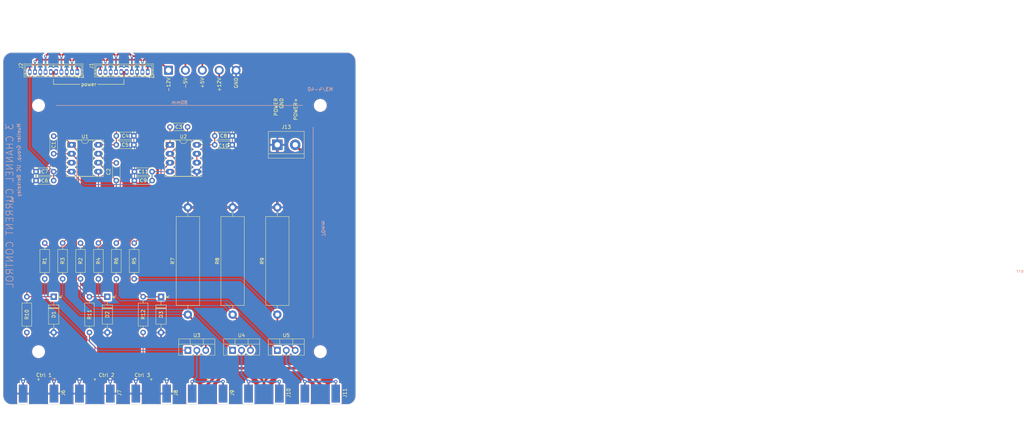
<source format=kicad_pcb>
(kicad_pcb (version 20241229) (generator "pcbnew") (generator_version "9.0")
  (title_block (title "Bias coil current control") (date "2025-06-02") (company "Mueller Group, UC Berkeley"))
  (layers (0 "F.Cu" signal) (4 "In1.Cu" signal) (6 "In2.Cu" signal) (2 "B.Cu" signal) (13 "F.Paste" user) (15 "B.Paste" user) (5 "F.SilkS" user "F.Silkscreen") (7 "B.SilkS" user "B.Silkscreen") (1 "F.Mask" user) (3 "B.Mask" user) (25 "Edge.Cuts" user))
  (net 0 "")
  (net 1 "GND")
  (net 2 "+5V")
  (net 3 "-5V")
  (net 4 "+12V")
  (net 5 "-12V")
  (net 6 "Net-(U1A--IN)")
  (net 7 "Net-(U1A-OUT)")
  (net 8 "Net-(U1B--IN)")
  (net 9 "Net-(U1B-OUT)")
  (net 10 "Net-(U2A--IN)")
  (net 11 "Net-(U2A-OUT)")
  (net 12 "Net-(J6-In)")
  (net 13 "Net-(J7-In)")
  (net 14 "Net-(J8-In)")
  (net 15 "Net-(J9-Ext)")
  (net 16 "Net-(J10-Ext)")
  (net 17 "Net-(J11-Ext)")
  (net 18 "Net-(U3-G)")
  (net 19 "Net-(U4-G)")
  (net 20 "/Sense1")
  (net 21 "/Sense2")
  (net 22 "/Sense3")
  (net 23 "Net-(U5-G)")
  (net 24 "Net-(U2B--IN)")
  (net 25 "Net-(D1-K)")
  (net 26 "Net-(D2-K)")
  (net 27 "Net-(D3-K)")
  (net 28 "/POWER+")
  (footprint "Resistor_THT:R_Axial_DIN0207_L6.3mm_D2.5mm_P10.16mm_Horizontal" (layer "F.Cu") (at 132.08 104.14 -90)
    (property "Reference" "R6" (at 5.08 0 90) (layer "F.SilkS"))
    (property "Value" "100R")
    (pad "1" thru_hole circle (at 0 0 270) (size 1.6 1.6) (drill 0.8) (layers "*.Cu" "*.Mask") (net 11 "Net-(U2A-OUT)"))
    (pad "2" thru_hole oval (at 10.16 0 270) (size 1.6 1.6) (drill 0.8) (layers "*.Cu" "*.Mask") (net 23 "Net-(U5-G)"))
  )
  (footprint "Resistor_THT:R_Axial_Power_L25.0mm_W6.4mm_P30.48mm" (layer "F.Cu") (at 177.8 124.465 90)
    (property "Reference" "R9" (at 15.24 -4.32 90) (layer "F.SilkS"))
    (property "Value" "2.5R")
    (pad "1" thru_hole circle (at 0 0 90) (size 2.4 2.4) (drill 1.2) (layers "*.Cu" "*.Mask") (net 22 "/Sense3"))
    (pad "2" thru_hole oval (at 30.48 0 90) (size 2.4 2.4) (drill 1.2) (layers "*.Cu" "*.Mask") (net 1 "GND"))
  )
  (footprint "Package_TO_SOT_THT:TO-220-3_Vertical" (layer "F.Cu") (at 152.4 134.62)
    (property "Reference" "U3" (at 2.54 -4.27 0) (layer "F.SilkS"))
    (property "Value" "IRF510")
    (pad "1" thru_hole rect (at 0 0) (size 1.905 2) (drill 1.1) (layers "*.Cu" "*.Mask") (net 18 "Net-(U3-G)"))
    (pad "2" thru_hole oval (at 2.54 0) (size 1.905 2) (drill 1.1) (layers "*.Cu" "*.Mask") (net 15 "Net-(J9-Ext)"))
    (pad "3" thru_hole oval (at 5.08 0) (size 1.905 2) (drill 1.1) (layers "*.Cu" "*.Mask") (net 20 "/Sense1"))
  )
  (footprint "Resistor_THT:R_Axial_DIN0207_L6.3mm_D2.5mm_P10.16mm_Horizontal" (layer "F.Cu") (at 124.46 129.54 90)
    (property "Reference" "R11" (at 5.08 0 90) (layer "F.SilkS"))
    (property "Value" "1k")
    (pad "1" thru_hole circle (at 0 0 90) (size 1.6 1.6) (drill 0.8) (layers "*.Cu" "*.Mask") (net 13 "Net-(J7-In)"))
    (pad "2" thru_hole oval (at 10.16 0 90) (size 1.6 1.6) (drill 0.8) (layers "*.Cu" "*.Mask") (net 26 "Net-(D2-K)"))
  )
  (footprint "Diode_THT:D_A-405_P10.16mm_Horizontal" (layer "F.Cu") (at 144.78 119.38 -90)
    (property "Reference" "D3" (at 5.08 0 90) (layer "F.SilkS"))
    (property "Value" "1N5230")
    (fp_text user "K" (at 0 -1.9 90) (layer "F.SilkS"))
    (pad "1" thru_hole rect (at 0 0 270) (size 1.8 1.8) (drill 0.9) (layers "*.Cu" "*.Mask") (net 27 "Net-(D3-K)"))
    (pad "2" thru_hole oval (at 10.16 0 270) (size 1.8 1.8) (drill 0.9) (layers "*.Cu" "*.Mask") (net 1 "GND"))
  )
  (footprint "Connector_Coaxial:SMA_Molex_73251-1153_EdgeMount_Horizontal" (layer "F.Cu") (at 190 145.21 90)
    (property "Reference" "J11" (at -1.5 7 90) (layer "F.SilkS"))
    (property "Value" "Conn_Coaxial")
    (pad "1" smd rect (at -1.72 0 90) (size 5.08 2.29) (layers "F.Cu" "F.Mask" "F.Paste") (net 28 "/POWER+"))
    (pad "2" smd rect (at -1.72 -4.38 90) (size 5.08 2.42) (layers "F.Cu" "F.Mask" "F.Paste") (net 17 "Net-(J11-Ext)"))
    (pad "2" smd rect (at -1.72 -4.38 90) (size 5.08 2.42) (layers "B.Cu" "B.Mask" "B.Paste") (net 17 "Net-(J11-Ext)"))
    (pad "2" smd rect (at -1.72 4.38 90) (size 5.08 2.42) (layers "F.Cu" "F.Mask" "F.Paste") (net 17 "Net-(J11-Ext)"))
    (pad "2" smd rect (at -1.72 4.38 90) (size 5.08 2.42) (layers "B.Cu" "B.Mask" "B.Paste") (net 17 "Net-(J11-Ext)"))
    (pad "2" smd rect (at 1.27 -4.38 90) (size 0.95 0.46) (layers "F.Cu") (net 17 "Net-(J11-Ext)"))
    (pad "2" smd rect (at 1.27 -4.38 90) (size 0.95 0.46) (layers "B.Cu") (net 17 "Net-(J11-Ext)"))
    (pad "2" smd rect (at 1.27 4.38 90) (size 0.95 0.46) (layers "F.Cu") (net 17 "Net-(J11-Ext)"))
    (pad "2" smd rect (at 1.27 4.38 90) (size 0.95 0.46) (layers "B.Cu") (net 17 "Net-(J11-Ext)"))
    (pad "2" thru_hole circle (at 1.72 -4.38 90) (size 0.97 0.97) (drill 0.46) (layers "*.Cu") (net 17 "Net-(J11-Ext)"))
    (pad "2" thru_hole circle (at 1.72 4.38 90) (size 0.97 0.97) (drill 0.46) (layers "*.Cu") (net 17 "Net-(J11-Ext)"))
  )
  (footprint "Diode_THT:D_A-405_P10.16mm_Horizontal" (layer "F.Cu") (at 114.3 119.38 -90)
    (property "Reference" "D1" (at 5.08 0 90) (layer "F.SilkS"))
    (property "Value" "1N5230")
    (fp_text user "K" (at 0 -1.9 90) (layer "F.SilkS"))
    (pad "1" thru_hole rect (at 0 0 270) (size 1.8 1.8) (drill 0.9) (layers "*.Cu" "*.Mask") (net 25 "Net-(D1-K)"))
    (pad "2" thru_hole oval (at 10.16 0 270) (size 1.8 1.8) (drill 0.9) (layers "*.Cu" "*.Mask") (net 1 "GND"))
  )
  (footprint "Capacitor_THT:C_Disc_D4.3mm_W1.9mm_P5.00mm" (layer "F.Cu") (at 132.08 86.36 90)
    (property "Reference" "C2" (at 2.5 -2.2 90) (layer "F.SilkS"))
    (property "Value" "1u")
    (pad "1" thru_hole circle (at 0 0 90) (size 1.6 1.6) (drill 0.8) (layers "*.Cu" "*.Mask") (net 8 "Net-(U1B--IN)"))
    (pad "2" thru_hole circle (at 5 0 90) (size 1.6 1.6) (drill 0.8) (layers "*.Cu" "*.Mask") (net 9 "Net-(U1B-OUT)"))
  )
  (footprint "Connector_Wire:SolderWire-0.75sqmm_1x05_P4.8mm_D1.25mm_OD2.3mm" (layer "F.Cu") (at 146.9 55)
    (property "Reference" "J4" (hide yes))
    (property "Value" "Conn_01x05")
    (pad "1" thru_hole roundrect (at 0 0) (size 2.55 2.55) (drill 1.55) (layers "*.Cu" "*.Mask") (roundrect_rratio 0.098039) (net 5 "-12V"))
    (pad "2" thru_hole circle (at 4.8 0) (size 2.55 2.55) (drill 1.55) (layers "*.Cu" "*.Mask") (net 3 "-5V"))
    (pad "3" thru_hole circle (at 9.6 0) (size 2.55 2.55) (drill 1.55) (layers "*.Cu" "*.Mask") (net 2 "+5V"))
    (pad "4" thru_hole circle (at 14.4 0) (size 2.55 2.55) (drill 1.55) (layers "*.Cu" "*.Mask") (net 4 "+12V"))
    (pad "5" thru_hole circle (at 19.2 0) (size 2.55 2.55) (drill 1.55) (layers "*.Cu" "*.Mask") (net 1 "GND"))
  )
  (footprint "Capacitor_THT:C_Disc_D4.3mm_W1.9mm_P5.00mm" (layer "F.Cu") (at 137.08 73.66 180)
    (property "Reference" "C4" (at 2.46 0 0) (layer "F.SilkS"))
    (property "Value" "10u")
    (pad "1" thru_hole circle (at 0 0 180) (size 1.6 1.6) (drill 0.8) (layers "*.Cu" "*.Mask") (net 1 "GND"))
    (pad "2" thru_hole circle (at 5 0 180) (size 1.6 1.6) (drill 0.8) (layers "*.Cu" "*.Mask") (net 4 "+12V"))
  )
  (footprint "Connector_JST:JST_ZH_B10B-ZR_1x10_P1.50mm_Vertical" (layer "F.Cu") (at 141 55.5 180)
    (property "Reference" "J1" (at 16 1.75 270) (layer "F.SilkS"))
    (property "Value" "Conn_01x10_Pin")
    (pad "1" thru_hole roundrect (at 0 0 180) (size 1.03 1.73) (drill 0.73) (layers "*.Cu" "*.Mask") (roundrect_rratio 0.242718) (net 5 "-12V"))
    (pad "2" thru_hole oval (at 1.5 0 180) (size 1.03 1.73) (drill 0.73) (layers "*.Cu" "*.Mask") (net 3 "-5V"))
    (pad "3" thru_hole oval (at 3 0 180) (size 1.03 1.73) (drill 0.73) (layers "*.Cu" "*.Mask") (net 1 "GND"))
    (pad "4" thru_hole oval (at 4.5 0 180) (size 1.03 1.73) (drill 0.73) (layers "*.Cu" "*.Mask") (net 2 "+5V"))
    (pad "5" thru_hole oval (at 6 0 180) (size 1.03 1.73) (drill 0.73) (layers "*.Cu" "*.Mask") (net 4 "+12V"))
    (pad "6" thru_hole oval (at 7.5 0 180) (size 1.03 1.73) (drill 0.73) (layers "*.Cu" "*.Mask") (net 4 "+12V"))
    (pad "7" thru_hole oval (at 9 0 180) (size 1.03 1.73) (drill 0.73) (layers "*.Cu" "*.Mask") (net 2 "+5V"))
    (pad "8" thru_hole oval (at 10.5 0 180) (size 1.03 1.73) (drill 0.73) (layers "*.Cu" "*.Mask") (net 1 "GND"))
    (pad "9" thru_hole oval (at 12 0 180) (size 1.03 1.73) (drill 0.73) (layers "*.Cu" "*.Mask") (net 3 "-5V"))
    (pad "10" thru_hole oval (at 13.5 0 180) (size 1.03 1.73) (drill 0.73) (layers "*.Cu" "*.Mask") (net 5 "-12V"))
  )
  (footprint "TerminalBlock:TerminalBlock_bornier-2_P5.08mm" (layer "F.Cu") (at 177.8 76.2)
    (property "Reference" "J13" (at 2.54 -5.08 0) (layer "F.SilkS"))
    (property "Value" "Screw_Terminal_01x02")
    (pad "1" thru_hole rect (at 0 0) (size 3 3) (drill 1.52) (layers "*.Cu" "*.Mask") (net 1 "GND"))
    (pad "2" thru_hole circle (at 5.08 0) (size 3 3) (drill 1.52) (layers "*.Cu" "*.Mask") (net 28 "/POWER+"))
  )
  (footprint "Capacitor_THT:C_Disc_D4.3mm_W1.9mm_P5.00mm" (layer "F.Cu") (at 137.24 83.82)
    (property "Reference" "C11" (at 2.46 0 0) (layer "F.SilkS"))
    (property "Value" "100n")
    (pad "1" thru_hole circle (at 0 0) (size 1.6 1.6) (drill 0.8) (layers "*.Cu" "*.Mask") (net 1 "GND"))
    (pad "2" thru_hole circle (at 5 0) (size 1.6 1.6) (drill 0.8) (layers "*.Cu" "*.Mask") (net 5 "-12V"))
  )
  (footprint "Package_DIP:DIP-8_W7.62mm_Socket_LongPads" (layer "F.Cu") (at 147.32 76.2)
    (property "Reference" "U2" (at 3.81 -2.33 0) (layer "F.SilkS"))
    (property "Value" "AD823")
    (pad "1" thru_hole roundrect (at 0 0) (size 2.4 1.6) (drill 0.8) (layers "*.Cu" "*.Mask") (roundrect_rratio 0.15625) (net 11 "Net-(U2A-OUT)"))
    (pad "2" thru_hole oval (at 0 2.54) (size 2.4 1.6) (drill 0.8) (layers "*.Cu" "*.Mask") (net 10 "Net-(U2A--IN)"))
    (pad "3" thru_hole oval (at 0 5.08) (size 2.4 1.6) (drill 0.8) (layers "*.Cu" "*.Mask") (net 27 "Net-(D3-K)"))
    (pad "4" thru_hole oval (at 0 7.62) (size 2.4 1.6) (drill 0.8) (layers "*.Cu" "*.Mask") (net 5 "-12V"))
    (pad "5" thru_hole oval (at 7.62 7.62) (size 2.4 1.6) (drill 0.8) (layers "*.Cu" "*.Mask") (net 1 "GND"))
    (pad "6" thru_hole oval (at 7.62 5.08) (size 2.4 1.6) (drill 0.8) (layers "*.Cu" "*.Mask") (net 24 "Net-(U2B--IN)"))
    (pad "7" thru_hole oval (at 7.62 2.54) (size 2.4 1.6) (drill 0.8) (layers "*.Cu" "*.Mask") (net 24 "Net-(U2B--IN)"))
    (pad "8" thru_hole oval (at 7.62 0) (size 2.4 1.6) (drill 0.8) (layers "*.Cu" "*.Mask") (net 4 "+12V"))
  )
  (footprint "MountingHole:MountingHole_3.2mm_M3" (layer "F.Cu") (at 190 135)
    (property "Reference" "H4" (hide yes))
    (property "Value" "MountingHole")
    (pad "" np_thru_hole circle (at 0 0) (size 3.2 3.2) (drill 3.2) (layers "*.Cu" "*.Mask"))
  )
  (footprint "MountingHole:MountingHole_3.2mm_M3" (layer "F.Cu") (at 110 65)
    (property "Reference" "H5" (hide yes))
    (property "Value" "MountingHole")
    (pad "" np_thru_hole circle (at 0 0) (size 3.2 3.2) (drill 3.2) (layers "*.Cu" "*.Mask"))
  )
  (footprint "Connector_Coaxial:SMA_Molex_73251-1153_EdgeMount_Horizontal" (layer "F.Cu") (at 142 145.21 90)
    (property "Reference" "J8" (at -1.5 7 90) (layer "F.SilkS"))
    (property "Value" "Conn_Coaxial")
    (pad "1" smd rect (at -1.72 0 90) (size 5.08 2.29) (layers "F.Cu" "F.Mask" "F.Paste") (net 14 "Net-(J8-In)"))
    (pad "2" smd rect (at -1.72 -4.38 90) (size 5.08 2.42) (layers "F.Cu" "F.Mask" "F.Paste") (net 1 "GND"))
    (pad "2" smd rect (at -1.72 -4.38 90) (size 5.08 2.42) (layers "B.Cu" "B.Mask" "B.Paste") (net 1 "GND"))
    (pad "2" smd rect (at -1.72 4.38 90) (size 5.08 2.42) (layers "F.Cu" "F.Mask" "F.Paste") (net 1 "GND"))
    (pad "2" smd rect (at -1.72 4.38 90) (size 5.08 2.42) (layers "B.Cu" "B.Mask" "B.Paste") (net 1 "GND"))
    (pad "2" smd rect (at 1.27 -4.38 90) (size 0.95 0.46) (layers "F.Cu") (net 1 "GND"))
    (pad "2" smd rect (at 1.27 -4.38 90) (size 0.95 0.46) (layers "B.Cu") (net 1 "GND"))
    (pad "2" smd rect (at 1.27 4.38 90) (size 0.95 0.46) (layers "F.Cu") (net 1 "GND"))
    (pad "2" smd rect (at 1.27 4.38 90) (size 0.95 0.46) (layers "B.Cu") (net 1 "GND"))
    (pad "2" thru_hole circle (at 1.72 -4.38 90) (size 0.97 0.97) (drill 0.46) (layers "*.Cu") (net 1 "GND"))
    (pad "2" thru_hole circle (at 1.72 4.38 90) (size 0.97 0.97) (drill 0.46) (layers "*.Cu") (net 1 "GND"))
  )
  (footprint "Resistor_THT:R_Axial_Power_L25.0mm_W6.4mm_P30.48mm" (layer "F.Cu") (at 165.1 124.465 90)
    (property "Reference" "R8" (at 15.24 -4.32 90) (layer "F.SilkS"))
    (property "Value" "2.5R")
    (pad "1" thru_hole circle (at 0 0 90) (size 2.4 2.4) (drill 1.2) (layers "*.Cu" "*.Mask") (net 21 "/Sense2"))
    (pad "2" thru_hole oval (at 30.48 0 90) (size 2.4 2.4) (drill 1.2) (layers "*.Cu" "*.Mask") (net 1 "GND"))
  )
  (footprint "Capacitor_THT:C_Disc_D4.3mm_W1.9mm_P5.00mm" (layer "F.Cu") (at 137.24 86.36)
    (property "Reference" "C9" (at 2.5 0 0) (layer "F.SilkS"))
    (property "Value" "10u")
    (pad "1" thru_hole circle (at 0 0) (size 1.6 1.6) (drill 0.8) (layers "*.Cu" "*.Mask") (net 1 "GND"))
    (pad "2" thru_hole circle (at 5 0) (size 1.6 1.6) (drill 0.8) (layers "*.Cu" "*.Mask") (net 5 "-12V"))
  )
  (footprint "Package_TO_SOT_THT:TO-220-3_Vertical" (layer "F.Cu") (at 177.8 134.62)
    (property "Reference" "U5" (at 2.54 -4.27 0) (layer "F.SilkS"))
    (property "Value" "IRF510")
    (pad "1" thru_hole rect (at 0 0) (size 1.905 2) (drill 1.1) (layers "*.Cu" "*.Mask") (net 23 "Net-(U5-G)"))
    (pad "2" thru_hole oval (at 2.54 0) (size 1.905 2) (drill 1.1) (layers "*.Cu" "*.Mask") (net 17 "Net-(J11-Ext)"))
    (pad "3" thru_hole oval (at 5.08 0) (size 1.905 2) (drill 1.1) (layers "*.Cu" "*.Mask") (net 22 "/Sense3"))
  )
  (footprint "MountingHole:MountingHole_3.2mm_M3" (layer "F.Cu") (at 190 65)
    (property "Reference" "H6" (hide yes))
    (property "Value" "MountingHole")
    (pad "" np_thru_hole circle (at 0 0) (size 3.2 3.2) (drill 3.2) (layers "*.Cu" "*.Mask"))
  )
  (footprint "Diode_THT:D_A-405_P10.16mm_Horizontal" (layer "F.Cu") (at 129.54 119.38 -90)
    (property "Reference" "D2" (at 5.08 0 90) (layer "F.SilkS"))
    (property "Value" "1N5230")
    (fp_text user "K" (at 0 -1.9 90) (layer "F.SilkS"))
    (pad "1" thru_hole rect (at 0 0 270) (size 1.8 1.8) (drill 0.9) (layers "*.Cu" "*.Mask") (net 26 "Net-(D2-K)"))
    (pad "2" thru_hole oval (at 10.16 0 270) (size 1.8 1.8) (drill 0.9) (layers "*.Cu" "*.Mask") (net 1 "GND"))
  )
  (footprint "Capacitor_THT:C_Disc_D4.3mm_W1.9mm_P5.00mm" (layer "F.Cu") (at 152.32 71.12 180)
    (property "Reference" "C3" (at 2.5 0 0) (layer "F.SilkS"))
    (property "Value" "1u")
    (pad "1" thru_hole circle (at 0 0 180) (size 1.6 1.6) (drill 0.8) (layers "*.Cu" "*.Mask") (net 10 "Net-(U2A--IN)"))
    (pad "2" thru_hole circle (at 5 0 180) (size 1.6 1.6) (drill 0.8) (layers "*.Cu" "*.Mask") (net 11 "Net-(U2A-OUT)"))
  )
  (footprint "Resistor_THT:R_Axial_DIN0207_L6.3mm_D2.5mm_P10.16mm_Horizontal" (layer "F.Cu") (at 137.16 114.3 90)
    (property "Reference" "R5" (at 5.08 0 90) (layer "F.SilkS"))
    (property "Value" "10k")
    (pad "1" thru_hole circle (at 0 0 90) (size 1.6 1.6) (drill 0.8) (layers "*.Cu" "*.Mask") (net 22 "/Sense3"))
    (pad "2" thru_hole oval (at 10.16 0 90) (size 1.6 1.6) (drill 0.8) (layers "*.Cu" "*.Mask") (net 10 "Net-(U2A--IN)"))
  )
  (footprint "MountingHole:MountingHole_3.2mm_M3" (layer "F.Cu") (at 110 135)
    (property "Reference" "H3" (hide yes))
    (property "Value" "MountingHole")
    (pad "" np_thru_hole circle (at 0 0) (size 3.2 3.2) (drill 3.2) (layers "*.Cu" "*.Mask"))
  )
  (footprint "Capacitor_THT:C_Disc_D4.3mm_W1.9mm_P5.00mm" (layer "F.Cu") (at 109.3 83.82)
    (property "Reference" "C7" (at 2.46 0 0) (layer "F.SilkS"))
    (property "Value" "100n")
    (pad "1" thru_hole circle (at 0 0) (size 1.6 1.6) (drill 0.8) (layers "*.Cu" "*.Mask") (net 1 "GND"))
    (pad "2" thru_hole circle (at 5 0) (size 1.6 1.6) (drill 0.8) (layers "*.Cu" "*.Mask") (net 5 "-12V"))
  )
  (footprint "Capacitor_THT:C_Disc_D4.3mm_W1.9mm_P5.00mm" (layer "F.Cu") (at 109.3 86.36)
    (property "Reference" "C6" (at 2.46 0 0) (layer "F.SilkS"))
    (property "Value" "10u")
    (pad "1" thru_hole circle (at 0 0) (size 1.6 1.6) (drill 0.8) (layers "*.Cu" "*.Mask") (net 1 "GND"))
    (pad "2" thru_hole circle (at 5 0) (size 1.6 1.6) (drill 0.8) (layers "*.Cu" "*.Mask") (net 5 "-12V"))
  )
  (footprint "Connector_Coaxial:SMA_Molex_73251-1153_EdgeMount_Horizontal" (layer "F.Cu") (at 126 145.21 90)
    (property "Reference" "J7" (at -1.5 7 90) (layer "F.SilkS"))
    (property "Value" "Conn_Coaxial")
    (pad "1" smd rect (at -1.72 0 90) (size 5.08 2.29) (layers "F.Cu" "F.Mask" "F.Paste") (net 13 "Net-(J7-In)"))
    (pad "2" smd rect (at -1.72 -4.38 90) (size 5.08 2.42) (layers "F.Cu" "F.Mask" "F.Paste") (net 1 "GND"))
    (pad "2" smd rect (at -1.72 -4.38 90) (size 5.08 2.42) (layers "B.Cu" "B.Mask" "B.Paste") (net 1 "GND"))
    (pad "2" smd rect (at -1.72 4.38 90) (size 5.08 2.42) (layers "F.Cu" "F.Mask" "F.Paste") (net 1 "GND"))
    (pad "2" smd rect (at -1.72 4.38 90) (size 5.08 2.42) (layers "B.Cu" "B.Mask" "B.Paste") (net 1 "GND"))
    (pad "2" smd rect (at 1.27 -4.38 90) (size 0.95 0.46) (layers "F.Cu") (net 1 "GND"))
    (pad "2" smd rect (at 1.27 -4.38 90) (size 0.95 0.46) (layers "B.Cu") (net 1 "GND"))
    (pad "2" smd rect (at 1.27 4.38 90) (size 0.95 0.46) (layers "F.Cu") (net 1 "GND"))
    (pad "2" smd rect (at 1.27 4.38 90) (size 0.95 0.46) (layers "B.Cu") (net 1 "GND"))
    (pad "2" thru_hole circle (at 1.72 -4.38 90) (size 0.97 0.97) (drill 0.46) (layers "*.Cu") (net 1 "GND"))
    (pad "2" thru_hole circle (at 1.72 4.38 90) (size 0.97 0.97) (drill 0.46) (layers "*.Cu") (net 1 "GND"))
  )
  (footprint "Resistor_THT:R_Axial_DIN0207_L6.3mm_D2.5mm_P10.16mm_Horizontal" (layer "F.Cu") (at 139.7 129.54 90)
    (property "Reference" "R12" (at 5.08 0 90) (layer "F.SilkS"))
    (property "Value" "1k")
    (pad "1" thru_hole circle (at 0 0 90) (size 1.6 1.6) (drill 0.8) (layers "*.Cu" "*.Mask") (net 14 "Net-(J8-In)"))
    (pad "2" thru_hole oval (at 10.16 0 90) (size 1.6 1.6) (drill 0.8) (layers "*.Cu" "*.Mask") (net 27 "Net-(D3-K)"))
  )
  (footprint "Resistor_THT:R_Axial_DIN0207_L6.3mm_D2.5mm_P10.16mm_Horizontal" (layer "F.Cu") (at 111.76 104.14 -90)
    (property "Reference" "R1" (at 5.08 0 90) (layer "F.SilkS"))
    (property "Value" "100R")
    (pad "1" thru_hole circle (at 0 0 270) (size 1.6 1.6) (drill 0.8) (layers "*.Cu" "*.Mask") (net 7 "Net-(U1A-OUT)"))
    (pad "2" thru_hole oval (at 10.16 0 270) (size 1.6 1.6) (drill 0.8) (layers "*.Cu" "*.Mask") (net 18 "Net-(U3-G)"))
  )
  (footprint "Package_DIP:DIP-8_W7.62mm_Socket_LongPads" (layer "F.Cu") (at 119.38 76.2)
    (property "Reference" "U1" (at 3.81 -2.33 0) (layer "F.SilkS"))
    (property "Value" "AD823")
    (pad "1" thru_hole roundrect (at 0 0) (size 2.4 1.6) (drill 0.8) (layers "*.Cu" "*.Mask") (roundrect_rratio 0.15625) (net 7 "Net-(U1A-OUT)"))
    (pad "2" thru_hole oval (at 0 2.54) (size 2.4 1.6) (drill 0.8) (layers "*.Cu" "*.Mask") (net 6 "Net-(U1A--IN)"))
    (pad "3" thru_hole oval (at 0 5.08) (size 2.4 1.6) (drill 0.8) (layers "*.Cu" "*.Mask") (net 25 "Net-(D1-K)"))
    (pad "4" thru_hole oval (at 0 7.62) (size 2.4 1.6) (drill 0.8) (layers "*.Cu" "*.Mask") (net 5 "-12V"))
    (pad "5" thru_hole oval (at 7.62 7.62) (size 2.4 1.6) (drill 0.8) (layers "*.Cu" "*.Mask") (net 26 "Net-(D2-K)"))
    (pad "6" thru_hole oval (at 7.62 5.08) (size 2.4 1.6) (drill 0.8) (layers "*.Cu" "*.Mask") (net 8 "Net-(U1B--IN)"))
    (pad "7" thru_hole oval (at 7.62 2.54) (size 2.4 1.6) (drill 0.8) (layers "*.Cu" "*.Mask") (net 9 "Net-(U1B-OUT)"))
    (pad "8" thru_hole oval (at 7.62 0) (size 2.4 1.6) (drill 0.8) (layers "*.Cu" "*.Mask") (net 4 "+12V"))
  )
  (footprint "Resistor_THT:R_Axial_DIN0207_L6.3mm_D2.5mm_P10.16mm_Horizontal" (layer "F.Cu") (at 121.92 104.14 -90)
    (property "Reference" "R2" (at 5.08 0 90) (layer "F.SilkS"))
    (property "Value" "100R")
    (pad "1" thru_hole circle (at 0 0 270) (size 1.6 1.6) (drill 0.8) (layers "*.Cu" "*.Mask") (net 9 "Net-(U1B-OUT)"))
    (pad "2" thru_hole oval (at 10.16 0 270) (size 1.6 1.6) (drill 0.8) (layers "*.Cu" "*.Mask") (net 19 "Net-(U4-G)"))
  )
  (footprint "Connector_JST:JST_ZH_B10B-ZR_1x10_P1.50mm_Vertical" (layer "F.Cu") (at 121 55.5 180)
    (property "Reference" "J2" (at 16 1.75 270) (layer "F.SilkS"))
    (property "Value" "Conn_01x10_Pin")
    (pad "1" thru_hole roundrect (at 0 0 180) (size 1.03 1.73) (drill 0.73) (layers "*.Cu" "*.Mask") (roundrect_rratio 0.242718) (net 5 "-12V"))
    (pad "2" thru_hole oval (at 1.5 0 180) (size 1.03 1.73) (drill 0.73) (layers "*.Cu" "*.Mask") (net 3 "-5V"))
    (pad "3" thru_hole oval (at 3 0 180) (size 1.03 1.73) (drill 0.73) (layers "*.Cu" "*.Mask") (net 1 "GND"))
    (pad "4" thru_hole oval (at 4.5 0 180) (size 1.03 1.73) (drill 0.73) (layers "*.Cu" "*.Mask") (net 2 "+5V"))
    (pad "5" thru_hole oval (at 6 0 180) (size 1.03 1.73) (drill 0.73) (layers "*.Cu" "*.Mask") (net 4 "+12V"))
    (pad "6" thru_hole oval (at 7.5 0 180) (size 1.03 1.73) (drill 0.73) (layers "*.Cu" "*.Mask") (net 4 "+12V"))
    (pad "7" thru_hole oval (at 9 0 180) (size 1.03 1.73) (drill 0.73) (layers "*.Cu" "*.Mask") (net 2 "+5V"))
    (pad "8" thru_hole oval (at 10.5 0 180) (size 1.03 1.73) (drill 0.73) (layers "*.Cu" "*.Mask") (net 1 "GND"))
    (pad "9" thru_hole oval (at 12 0 180) (size 1.03 1.73) (drill 0.73) (layers "*.Cu" "*.Mask") (net 3 "-5V"))
    (pad "10" thru_hole oval (at 13.5 0 180) (size 1.03 1.73) (drill 0.73) (layers "*.Cu" "*.Mask") (net 5 "-12V"))
  )
  (footprint "Resistor_THT:R_Axial_DIN0207_L6.3mm_D2.5mm_P10.16mm_Horizontal" (layer "F.Cu") (at 116.84 114.3 90)
    (property "Reference" "R3" (at 5.08 0 90) (layer "F.SilkS"))
    (property "Value" "10k")
    (pad "1" thru_hole circle (at 0 0 90) (size 1.6 1.6) (drill 0.8) (layers "*.Cu" "*.Mask") (net 20 "/Sense1"))
    (pad "2" thru_hole oval (at 10.16 0 90) (size 1.6 1.6) (drill 0.8) (layers "*.Cu" "*.Mask") (net 6 "Net-(U1A--IN)"))
  )
  (footprint "Capacitor_THT:C_Disc_D4.3mm_W1.9mm_P5.00mm" (layer "F.Cu") (at 114.3 78.74 90)
    (property "Reference" "C1" (at 2.5 0 90) (layer "F.SilkS"))
    (property "Value" "1u")
    (pad "1" thru_hole circle (at 0 0 90) (size 1.6 1.6) (drill 0.8) (layers "*.Cu" "*.Mask") (net 6 "Net-(U1A--IN)"))
    (pad "2" thru_hole circle (at 5 0 90) (size 1.6 1.6) (drill 0.8) (layers "*.Cu" "*.Mask") (net 7 "Net-(U1A-OUT)"))
  )
  (footprint "Connector_Coaxial:SMA_Molex_73251-1153_EdgeMount_Horizontal" (layer "F.Cu") (at 158 145.21 90)
    (property "Reference" "J9" (at -1.5 7 90) (layer "F.SilkS"))
    (property "Value" "Conn_Coaxial")
    (pad "1" smd rect (at -1.72 0 90) (size 5.08 2.29) (layers "F.Cu" "F.Mask" "F.Paste") (net 28 "/POWER+"))
    (pad "2" smd rect (at -1.72 -4.38 90) (size 5.08 2.42) (layers "F.Cu" "F.Mask" "F.Paste") (net 15 "Net-(J9-Ext)"))
    (pad "2" smd rect (at -1.72 -4.38 90) (size 5.08 2.42) (layers "B.Cu" "B.Mask" "B.Paste") (net 15 "Net-(J9-Ext)"))
    (pad "2" smd rect (at -1.72 4.38 90) (size 5.08 2.42) (layers "F.Cu" "F.Mask" "F.Paste") (net 15 "Net-(J9-Ext)"))
    (pad "2" smd rect (at -1.72 4.38 90) (size 5.08 2.42) (layers "B.Cu" "B.Mask" "B.Paste") (net 15 "Net-(J9-Ext)"))
    (pad "2" smd rect (at 1.27 -4.38 90) (size 0.95 0.46) (layers "F.Cu") (net 15 "Net-(J9-Ext)"))
    (pad "2" smd rect (at 1.27 -4.38 90) (size 0.95 0.46) (layers "B.Cu") (net 15 "Net-(J9-Ext)"))
    (pad "2" smd rect (at 1.27 4.38 90) (size 0.95 0.46) (layers "F.Cu") (net 15 "Net-(J9-Ext)"))
    (pad "2" smd rect (at 1.27 4.38 90) (size 0.95 0.46) (layers "B.Cu") (net 15 "Net-(J9-Ext)"))
    (pad "2" thru_hole circle (at 1.72 -4.38 90) (size 0.97 0.97) (drill 0.46) (layers "*.Cu") (net 15 "Net-(J9-Ext)"))
    (pad "2" thru_hole circle (at 1.72 4.38 90) (size 0.97 0.97) (drill 0.46) (layers "*.Cu") (net 15 "Net-(J9-Ext)"))
  )
  (footprint "Capacitor_THT:C_Disc_D4.3mm_W1.9mm_P5.00mm" (layer "F.Cu") (at 165.02 76.2 180)
    (property "Reference" "C10" (at 2.5 -0.295 0) (layer "F.SilkS"))
    (property "Value" "100n")
    (pad "1" thru_hole circle (at 0 0 180) (size 1.6 1.6) (drill 0.8) (layers "*.Cu" "*.Mask") (net 1 "GND"))
    (pad "2" thru_hole circle (at 5 0 180) (size 1.6 1.6) (drill 0.8) (layers "*.Cu" "*.Mask") (net 4 "+12V"))
  )
  (footprint "Connector_Coaxial:SMA_Molex_73251-1153_EdgeMount_Horizontal" (layer "F.Cu") (at 174 145.21 90)
    (property "Reference" "J10" (at -1.5 7 90) (layer "F.SilkS"))
    (property "Value" "Conn_Coaxial")
    (pad "1" smd rect (at -1.72 0 90) (size 5.08 2.29) (layers "F.Cu" "F.Mask" "F.Paste") (net 28 "/POWER+"))
    (pad "2" smd rect (at -1.72 -4.38 90) (size 5.08 2.42) (layers "F.Cu" "F.Mask" "F.Paste") (net 16 "Net-(J10-Ext)"))
    (pad "2" smd rect (at -1.72 -4.38 90) (size 5.08 2.42) (layers "B.Cu" "B.Mask" "B.Paste") (net 16 "Net-(J10-Ext)"))
    (pad "2" smd rect (at -1.72 4.38 90) (size 5.08 2.42) (layers "F.Cu" "F.Mask" "F.Paste") (net 16 "Net-(J10-Ext)"))
    (pad "2" smd rect (at -1.72 4.38 90) (size 5.08 2.42) (layers "B.Cu" "B.Mask" "B.Paste") (net 16 "Net-(J10-Ext)"))
    (pad "2" smd rect (at 1.27 -4.38 90) (size 0.95 0.46) (layers "F.Cu") (net 16 "Net-(J10-Ext)"))
    (pad "2" smd rect (at 1.27 -4.38 90) (size 0.95 0.46) (layers "B.Cu") (net 16 "Net-(J10-Ext)"))
    (pad "2" smd rect (at 1.27 4.38 90) (size 0.95 0.46) (layers "F.Cu") (net 16 "Net-(J10-Ext)"))
    (pad "2" smd rect (at 1.27 4.38 90) (size 0.95 0.46) (layers "B.Cu") (net 16 "Net-(J10-Ext)"))
    (pad "2" thru_hole circle (at 1.72 -4.38 90) (size 0.97 0.97) (drill 0.46) (layers "*.Cu") (net 16 "Net-(J10-Ext)"))
    (pad "2" thru_hole circle (at 1.72 4.38 90) (size 0.97 0.97) (drill 0.46) (layers "*.Cu") (net 16 "Net-(J10-Ext)"))
  )
  (footprint "Resistor_THT:R_Axial_Power_L25.0mm_W6.4mm_P30.48mm" (layer "F.Cu") (at 152.4 124.46 90)
    (property "Reference" "R7" (at 15.24 -4.32 90) (layer "F.SilkS"))
    (property "Value" "2.5R")
    (pad "1" thru_hole circle (at 0 0 90) (size 2.4 2.4) (drill 1.2) (layers "*.Cu" "*.Mask") (net 20 "/Sense1"))
    (pad "2" thru_hole oval (at 30.48 0 90) (size 2.4 2.4) (drill 1.2) (layers "*.Cu" "*.Mask") (net 1 "GND"))
  )
  (footprint "Package_TO_SOT_THT:TO-220-3_Vertical" (layer "F.Cu") (at 165.1 134.62)
    (property "Reference" "U4" (at 2.54 -4.27 0) (layer "F.SilkS"))
    (property "Value" "IRF510")
    (pad "1" thru_hole rect (at 0 0) (size 1.905 2) (drill 1.1) (layers "*.Cu" "*.Mask") (net 19 "Net-(U4-G)"))
    (pad "2" thru_hole oval (at 2.54 0) (size 1.905 2) (drill 1.1) (layers "*.Cu" "*.Mask") (net 16 "Net-(J10-Ext)"))
    (pad "3" thru_hole oval (at 5.08 0) (size 1.905 2) (drill 1.1) (layers "*.Cu" "*.Mask") (net 21 "/Sense2"))
  )
  (footprint "Capacitor_THT:C_Disc_D4.3mm_W1.9mm_P5.00mm" (layer "F.Cu") (at 165.02 73.66 180)
    (property "Reference" "C8" (at 2.5 0 0) (layer "F.SilkS"))
    (property "Value" "10u")
    (pad "1" thru_hole circle (at 0 0 180) (size 1.6 1.6) (drill 0.8) (layers "*.Cu" "*.Mask") (net 1 "GND"))
    (pad "2" thru_hole circle (at 5 0 180) (size 1.6 1.6) (drill 0.8) (layers "*.Cu" "*.Mask") (net 4 "+12V"))
  )
  (footprint "Resistor_THT:R_Axial_DIN0207_L6.3mm_D2.5mm_P10.16mm_Horizontal" (layer "F.Cu") (at 127 114.3 90)
    (property "Reference" "R4" (at 5.08 0 90) (layer "F.SilkS"))
    (property "Value" "10k")
    (pad "1" thru_hole circle (at 0 0 90) (size 1.6 1.6) (drill 0.8) (layers "*.Cu" "*.Mask") (net 21 "/Sense2"))
    (pad "2" thru_hole oval (at 10.16 0 90) (size 1.6 1.6) (drill 0.8) (layers "*.Cu" "*.Mask") (net 8 "Net-(U1B--IN)"))
  )
  (footprint "Capacitor_THT:C_Disc_D4.3mm_W1.9mm_P5.00mm" (layer "F.Cu") (at 137.08 76.2 180)
    (property "Reference" "C5" (at 2.5 0 0) (layer "F.SilkS"))
    (property "Value" "100n")
    (pad "1" thru_hole circle (at 0 0 180) (size 1.6 1.6) (drill 0.8) (layers "*.Cu" "*.Mask") (net 1 "GND"))
    (pad "2" thru_hole circle (at 5 0 180) (size 1.6 1.6) (drill 0.8) (layers "*.Cu" "*.Mask") (net 4 "+12V"))
  )
  (footprint "Connector_Coaxial:SMA_Molex_73251-1153_EdgeMount_Horizontal" (layer "F.Cu") (at 110 145.21 90)
    (property "Reference" "J6" (at -1.5 7 90) (layer "F.SilkS"))
    (property "Value" "Conn_Coaxial")
    (pad "1" smd rect (at -1.72 0 90) (size 5.08 2.29) (layers "F.Cu" "F.Mask" "F.Paste") (net 12 "Net-(J6-In)"))
    (pad "2" smd rect (at -1.72 -4.38 90) (size 5.08 2.42) (layers "F.Cu" "F.Mask" "F.Paste") (net 1 "GND"))
    (pad "2" smd rect (at -1.72 -4.38 90) (size 5.08 2.42) (layers "B.Cu" "B.Mask" "B.Paste") (net 1 "GND"))
    (pad "2" smd rect (at -1.72 4.38 90) (size 5.08 2.42) (layers "F.Cu" "F.Mask" "F.Paste") (net 1 "GND"))
    (pad "2" smd rect (at -1.72 4.38 90) (size 5.08 2.42) (layers "B.Cu" "B.Mask" "B.Paste") (net 1 "GND"))
    (pad "2" smd rect (at 1.27 -4.38 90) (size 0.95 0.46) (layers "F.Cu") (net 1 "GND"))
    (pad "2" smd rect (at 1.27 -4.38 90) (size 0.95 0.46) (layers "B.Cu") (net 1 "GND"))
    (pad "2" smd rect (at 1.27 4.38 90) (size 0.95 0.46) (layers "F.Cu") (net 1 "GND"))
    (pad "2" smd rect (at 1.27 4.38 90) (size 0.95 0.46) (layers "B.Cu") (net 1 "GND"))
    (pad "2" thru_hole circle (at 1.72 -4.38 90) (size 0.97 0.97) (drill 0.46) (layers "*.Cu") (net 1 "GND"))
    (pad "2" thru_hole circle (at 1.72 4.38 90) (size 0.97 0.97) (drill 0.46) (layers "*.Cu") (net 1 "GND"))
  )
  (footprint "Resistor_THT:R_Axial_DIN0207_L6.3mm_D2.5mm_P10.16mm_Horizontal" (layer "F.Cu") (at 106.68 129.54 90)
    (property "Reference" "R10" (at 5.08 0 90) (layer "F.SilkS"))
    (property "Value" "1k")
    (pad "1" thru_hole circle (at 0 0 90) (size 1.6 1.6) (drill 0.8) (layers "*.Cu" "*.Mask") (net 12 "Net-(J6-In)"))
    (pad "2" thru_hole oval (at 10.16 0 90) (size 1.6 1.6) (drill 0.8) (layers "*.Cu" "*.Mask") (net 25 "Net-(D1-K)"))
  )
  (gr_line (start 134.25 59) (end 134.25 57.5) (stroke (width 0.15)) (layer "F.SilkS"))
  (gr_line (start 126.75 59) (end 134.25 59) (stroke (width 0.15)) (layer "F.SilkS"))
  (gr_line (start 114.25 59) (end 114.25 57.5) (stroke (width 0.15)) (layer "F.SilkS"))
  (gr_line (start 121.75 59) (end 114.25 59) (stroke (width 0.15)) (layer "F.SilkS"))
  (gr_line (start 187.96 71.12) (end 187.96 131.12) (stroke (width 0.15)) (layer "B.SilkS"))
  (gr_line (start 115 65) (end 185 65) (stroke (width 0.15)) (layer "B.SilkS"))
  (gr_line (start 102.5 150) (end 197.5 150) (stroke (width 0.1)) (layer "Edge.Cuts"))
  (gr_arc (start 100 52.5) (mid 100.732233 50.732233) (end 102.5 50) (stroke (width 0.1)) (layer "Edge.Cuts"))
  (gr_arc (start 197.5 50) (mid 199.267767 50.732233) (end 200 52.5) (stroke (width 0.1)) (layer "Edge.Cuts"))
  (gr_arc (start 102.5 150) (mid 100.732233 149.267767) (end 100 147.5) (stroke (width 0.1)) (layer "Edge.Cuts"))
  (gr_line (start 197.5 50) (end 102.5 50) (stroke (width 0.1)) (layer "Edge.Cuts"))
  (gr_line (start 200 52.5) (end 200 147.5) (stroke (width 0.1)) (layer "Edge.Cuts"))
  (gr_line (start 100 52.5) (end 100 147.5) (stroke (width 0.1)) (layer "Edge.Cuts"))
  (gr_arc (start 200 147.5) (mid 199.267767 149.267767) (end 197.5 150) (stroke (width 0.1)) (layer "Edge.Cuts"))
  (gr_text "power" (at 124.25 59 0) (layer "F.SilkS") (effects (font (size 1 1))))
  (gr_text "-5V" (at 151.7 57 90) (layer "F.SilkS") (effects (font (size 1 1)) (justify right)))
  (gr_text "-12V" (at 146.9 57 90) (layer "F.SilkS") (effects (font (size 1 1)) (justify right)))
  (gr_text "+5V" (at 156.5 57 90) (layer "F.SilkS") (effects (font (size 1 1)) (justify right)))
  (gr_text "Ctrl 1" (at 109.22 142.24 0) (layer "F.SilkS") (effects (font (size 1 1)) (justify left bottom)))
  (gr_text "Ctrl 3" (at 137.16 142.24 0) (layer "F.SilkS") (effects (font (size 1 1)) (justify left bottom)))
  (gr_text "Ctrl 2" (at 127 142.24 0) (layer "F.SilkS") (effects (font (size 1 1)) (justify left bottom)))
  (gr_text "+12V" (at 161.3 57 90) (layer "F.SilkS") (effects (font (size 1 1)) (justify right)))
  (gr_text "GND" (at 166.1 57 90) (layer "F.SilkS") (effects (font (size 1 1)) (justify right)))
  (gr_text "POWER\nGND\n" (at 178.2 62.8 90) (layer "F.SilkS") (effects (font (size 1 1)) (justify right)))
  (gr_text "POWER+" (at 183 62.8 90) (layer "F.SilkS") (effects (font (size 1 1)) (justify right)))
  (gr_text "err" (at 388.62 112.075 0) (layer "B.SilkS") (effects (font (size 1 1)) (justify mirror)))
  (gr_text "v1" (at 103 91 90) (layer "B.SilkS") (effects (font (size 1 1)) (justify left bottom mirror)))
  (gr_text "3 CHANNEL CURRENT CONTROL\n" (at 103 70 90) (layer "B.SilkS") (effects (font (size 2 2)) (justify left bottom mirror)))
  (gr_text "Mueller Group, UC Berkeley" (at 105 70 90) (layer "B.SilkS") (effects (font (size 1 1)) (justify left bottom mirror)))
  (gr_text "M3/4-40" (at 190 61 0) (layer "B.SilkS") (effects (font (size 1 1)) (justify bottom mirror)))
  (gr_text "70mm" (at 190.25 100 270) (layer "B.SilkS") (effects (font (size 1 1)) (justify bottom mirror)))
  (gr_text "80mm" (at 150 64.75 0) (layer "B.SilkS") (effects (font (size 1 1)) (justify bottom mirror)))
  (segment (start 165.095 93.98) (end 165.1 93.985) (width 0.25) (layer "F.Cu") (net 1))
  (segment (start 177.8 66.7) (end 177.8 76.2) (width 0.25) (layer "F.Cu") (net 1))
  (segment (start 177.8 93.985) (end 165.1 93.985) (width 0.75) (layer "F.Cu") (net 1))
  (segment (start 152.4 93.98) (end 165.095 93.98) (width 0.75) (layer "F.Cu") (net 1))
  (segment (start 114.3 129.54) (end 114.3 143.41) (width 0.25) (layer "F.Cu") (net 1))
  (segment (start 144.78 141.89) (end 146.38 143.49) (width 0.25) (layer "F.Cu") (net 1))
  (segment (start 129.54 129.54) (end 129.54 142.65) (width 0.25) (layer "F.Cu") (net 1))
  (segment (start 129.54 142.65) (end 130.38 143.49) (width 0.25) (layer "F.Cu") (net 1))
  (segment (start 144.78 129.54) (end 144.78 141.89) (width 0.25) (layer "F.Cu") (net 1))
  (segment (start 114.3 143.41) (end 114.38 143.49) (width 0.25) (layer "F.Cu") (net 1))
  (segment (start 177.8 93.985) (end 177.8 76.2) (width 0.75) (layer "F.Cu") (net 1))
  (segment (start 166.1 55) (end 177.8 66.7) (width 0.25) (layer "F.Cu") (net 1))
  (segment (start 109.3 86.36) (end 109.3 83.82) (width 0.25) (layer "B.Cu") (net 1))
  (segment (start 165.5 58) (end 166.1 57.4) (width 0.5) (layer "B.Cu") (net 1))
  (segment (start 118 57.5) (end 118.5 58) (width 0.5) (layer "B.Cu") (net 1))
  (segment (start 165.02 76.2) (end 162.56 76.2) (width 0.25) (layer "B.Cu") (net 1))
  (segment (start 110.5 57.5) (end 111 58) (width 0.5) (layer "B.Cu") (net 1))
  (segment (start 137.24 76.36) (end 137.08 76.2) (width 0.25) (layer "B.Cu") (net 1))
  (segment (start 130.5 57.5) (end 131 58) (width 0.5) (layer "B.Cu") (net 1))
  (segment (start 114.766405 84.946) (end 115.426 84.286405) (width 0.25) (layer "B.Cu") (net 1))
  (segment (start 117.5 58) (end 118 57.5) (width 0.5) (layer "B.Cu") (net 1))
  (segment (start 118.5 58) (end 130 58) (width 0.5) (layer "B.Cu") (net 1))
  (segment (start 137.08 58.42) (end 137.5 58) (width 0.25) (layer "B.Cu") (net 1))
  (segment (start 110.5 55.5) (end 110.5 57.5) (width 0.5) (layer "B.Cu") (net 1))
  (segment (start 165.02 73.66) (end 165.02 76.2) (width 0.25) (layer "B.Cu") (net 1))
  (segment (start 138 57.5) (end 138.5 58) (width 0.5) (layer "B.Cu") (net 1))
  (segment (start 137.5 58) (end 138 57.5) (width 0.5) (layer "B.Cu") (net 1))
  (segment (start 130.5 55.5) (end 130.5 57.5) (width 0.5) (layer "B.Cu") (net 1))
  (segment (start 130 58) (end 130.5 57.5) (width 0.5) (layer "B.Cu") (net 1))
  (segment (start 115.426 62.426) (end 111 58) (width 0.25) (layer "B.Cu") (net 1))
  (segment (start 138 55.5) (end 138 57.5) (width 0.5) (layer "B.Cu") (net 1))
  (segment (start 138.5 58) (end 165.5 58) (width 0.5) (layer "B.Cu") (net 1))
  (segment (start 110.426 84.946) (end 114.766405 84.946) (width 0.25) (layer "B.Cu") (net 1))
  (segment (start 137.08 73.66) (end 137.08 58.42) (width 0.25) (layer "B.Cu") (net 1))
  (segment (start 165.02 73.66) (end 165.02 58.48) (width 0.25) (layer "B.Cu") (net 1))
  (segment (start 131 58) (end 137.5 58) (width 0.5) (layer "B.Cu") (net 1))
  (segment (start 165.09 58.41) (end 165.5 58) (width 0.25) (layer "B.Cu") (net 1))
  (segment (start 166.1 57.4) (end 166.1 55) (width 0.5) (layer "B.Cu") (net 1))
  (segment (start 137.24 83.82) (end 137.24 76.36) (width 0.25) (layer "B.Cu") (net 1))
  (segment (start 111 58) (end 117.5 58) (width 0.5) (layer "B.Cu") (net 1))
  (segment (start 165.02 58.48) (end 165.09 58.41) (width 0.25) (layer "B.Cu") (net 1))
  (segment (start 118 55.5) (end 118 57.5) (width 0.5) (layer "B.Cu") (net 1))
  (segment (start 137.08 76.12) (end 137.16 76.2) (width 0.25) (layer "B.Cu") (net 1))
  (segment (start 109.3 83.82) (end 110.426 84.946) (width 0.25) (layer "B.Cu") (net 1))
  (segment (start 137.24 83.82) (end 137.24 86.36) (width 0.25) (layer "B.Cu") (net 1))
  (segment (start 137.08 73.66) (end 137.08 76.12) (width 0.25) (layer "B.Cu") (net 1))
  (segment (start 137.16 76.2) (end 137.08 76.2) (width 0.25) (layer "B.Cu") (net 1))
  (segment (start 162.56 76.2) (end 154.94 83.82) (width 0.25) (layer "B.Cu") (net 1))
  (segment (start 115.426 84.286405) (end 115.426 62.426) (width 0.25) (layer "B.Cu") (net 1))
  (segment (start 156.5 55) (end 156.5 52) (width 0.5) (layer "F.Cu") (net 2))
  (segment (start 131.5 50.5) (end 131 50.5) (width 0.5) (layer "F.Cu") (net 2))
  (segment (start 117 50.5) (end 116.5 51) (width 0.5) (layer "F.Cu") (net 2))
  (segment (start 132.5 50.5) (end 132 51) (width 0.5) (layer "F.Cu") (net 2))
  (segment (start 156.5 52) (end 155.5 51) (width 0.5) (layer "F.Cu") (net 2))
  (segment (start 155.5 51) (end 136.5 51) (width 0.5) (layer "F.Cu") (net 2))
  (segment (start 136.5 51) (end 136 50.5) (width 0.5) (layer "F.Cu") (net 2))
  (segment (start 131 50.5) (end 117 50.5) (width 0.5) (layer "F.Cu") (net 2))
  (segment (start 112.5 50.5) (end 112 51) (width 0.5) (layer "F.Cu") (net 2))
  (segment (start 116 50.5) (end 112.5 50.5) (width 0.5) (layer "F.Cu") (net 2))
  (segment (start 116.5 51) (end 116 50.5) (width 0.5) (layer "F.Cu") (net 2))
  (segment (start 132 51) (end 131.5 50.5) (width 0.5) (layer "F.Cu") (net 2))
  (segment (start 136 50.5) (end 132.5 50.5) (width 0.5) (layer "F.Cu") (net 2))
  (via (at 136.5 51) (size 0.8) (drill 0.4) (layers "F.Cu" "B.Cu") (net 2))
  (via (at 112 51) (size 0.8) (drill 0.4) (layers "F.Cu" "B.Cu") (net 2))
  (via (at 116.5 51) (size 0.8) (drill 0.4) (layers "F.Cu" "B.Cu") (net 2))
  (via (at 132 51) (size 0.8) (drill 0.4) (layers "F.Cu" "B.Cu") (net 2))
  (segment (start 116.5 51) (end 116.5 55.5) (width 0.5) (layer "B.Cu") (net 2))
  (segment (start 136.5 51) (end 136.5 55.5) (width 0.5) (layer "B.Cu") (net 2))
  (segment (start 112 51) (end 112 55.5) (width 0.5) (layer "B.Cu") (net 2))
  (segment (start 132 51) (end 132 55.5) (width 0.5) (layer "B.Cu") (net 2))
  (segment (start 151 52) (end 140 52) (width 0.5) (layer "F.Cu") (net 3))
  (segment (start 120 52) (end 119.5 52.5) (width 0.5) (layer "F.Cu") (net 3))
  (segment (start 151.7 52.7) (end 151.7 55) (width 0.5) (layer "F.Cu") (net 3))
  (segment (start 128.5 52) (end 120 52) (width 0.5) (layer "F.Cu") (net 3))
  (segment (start 140 52) (end 139.5 52.5) (width 0.5) (layer "F.Cu") (net 3))
  (segment (start 119.5 52.5) (end 119 52) (width 0.5) (layer "F.Cu") (net 3))
  (segment (start 129 52.5) (end 128.5 52) (width 0.5) (layer "F.Cu") (net 3))
  (segment (start 109.5 52) (end 109 52.5) (width 0.5) (layer "F.Cu") (net 3))
  (segment (start 151.7 52.7) (end 151 52) (width 0.5) (layer "F.Cu") (net 3))
  (segment (start 119 52) (end 109.5 52) (width 0.5) (layer "F.Cu") (net 3))
  (segment (start 129.5 52) (end 129 52.5) (width 0.5) (layer "F.Cu") (net 3))
  (segment (start 139.5 52.5) (end 139 52) (width 0.5) (layer "F.Cu") (net 3))
  (segment (start 139 52) (end 129.5 52) (width 0.5) (layer "F.Cu") (net 3))
  (via (at 129 52.5) (size 0.8) (drill 0.4) (layers "F.Cu" "B.Cu") (net 3))
  (via (at 109 52.5) (size 0.8) (drill 0.4) (layers "F.Cu" "B.Cu") (net 3))
  (via (at 119.5 52.5) (size 0.8) (drill 0.4) (layers "F.Cu" "B.Cu") (net 3))
  (via (at 139.5 52.5) (size 0.8) (drill 0.4) (layers "F.Cu" "B.Cu") (net 3))
  (segment (start 129 52.5) (end 129 55.5) (width 0.5) (layer "B.Cu") (net 3))
  (segment (start 139.5 52.5) (end 139.5 55.5) (width 0.5) (layer "B.Cu") (net 3))
  (segment (start 119.5 52.5) (end 119.5 55.5) (width 0.5) (layer "B.Cu") (net 3))
  (segment (start 109 52.5) (end 109 55.5) (width 0.5) (layer "B.Cu") (net 3))
  (segment (start 114.25 55.5) (end 115 55.5) (width 0.5) (layer "F.Cu") (net 4))
  (segment (start 132.08 73.66) (end 132.08 61.17) (width 0.25) (layer "F.Cu") (net 4))
  (segment (start 127 76.2) (end 132.08 76.2) (width 0.25) (layer "F.Cu") (net 4))
  (segment (start 160.02 73.66) (end 160.02 59.98) (width 0.25) (layer "F.Cu") (net 4))
  (segment (start 114.25 55.5) (end 114.25 59) (width 0.5) (layer "F.Cu") (net 4))
  (segment (start 132.08 61.17) (end 133.75 59.5) (width 0.25) (layer "F.Cu") (net 4))
  (segment (start 114.75 59.5) (end 133.75 59.5) (width 0.5) (layer "F.Cu") (net 4))
  (segment (start 132.08 73.66) (end 132.08 76.2) (width 0.25) (layer "F.Cu") (net 4))
  (segment (start 133.75 59.5) (end 134.25 59) (width 0.5) (layer "F.Cu") (net 4))
  (segment (start 113.5 55.5) (end 114.25 55.5) (width 0.5) (layer "F.Cu") (net 4))
  (segment (start 160.02 59.98) (end 160.5 59.5) (width 0.25) (layer "F.Cu") (net 4))
  (segment (start 161.3 58.7) (end 161.3 55) (width 0.5) (layer "F.Cu") (net 4))
  (segment (start 160.02 73.66) (end 160.02 76.2) (width 0.25) (layer "F.Cu") (net 4))
  (segment (start 160.02 76.2) (end 154.94 76.2) (width 0.25) (layer "F.Cu") (net 4))
  (segment (start 134.25 55.5) (end 134.25 59) (width 0.5) (layer "F.Cu") (net 4))
  (segment (start 160.5 59.5) (end 161.3 58.7) (width 0.5) (layer "F.Cu") (net 4))
  (segment (start 134.75 59.5) (end 160.5 59.5) (width 0.5) (layer "F.Cu") (net 4))
  (segment (start 114.25 59) (end 114.75 59.5) (width 0.5) (layer "F.Cu") (net 4))
  (segment (start 134.25 59) (end 134.75 59.5) (width 0.5) (layer "F.Cu") (net 4))
  (segment (start 133.5 55.5) (end 134.25 55.5) (width 0.5) (layer "F.Cu") (net 4))
  (segment (start 134.25 55.5) (end 135 55.5) (width 0.5) (layer "F.Cu") (net 4))
  (segment (start 127.5 54) (end 127.5 55.5) (width 0.5) (layer "F.Cu") (net 5))
  (segment (start 140.5 53.5) (end 141 54) (width 0.5) (layer "F.Cu") (net 5))
  (segment (start 141 54) (end 141 55.5) (width 0.5) (layer "F.Cu") (net 5))
  (segment (start 121 54) (end 121 55.5) (width 0.5) (layer "F.Cu") (net 5))
  (segment (start 107.5 54) (end 107.5 55.5) (width 0.5) (layer "F.Cu") (net 5))
  (segment (start 114.3 83.82) (end 119.38 83.82) (width 0.25) (layer "F.Cu") (net 5))
  (segment (start 127 53.5) (end 127.5 54) (width 0.5) (layer "F.Cu") (net 5))
  (segment (start 120.5 53.5) (end 121 54) (width 0.5) (layer "F.Cu") (net 5))
  (segment (start 108 53.5) (end 120.5 53.5) (width 0.5) (layer "F.Cu") (net 5))
  (segment (start 128 53.5) (end 140.5 53.5) (width 0.5) (layer "F.Cu") (net 5))
  (segment (start 121.5 53.5) (end 127 53.5) (width 0.5) (layer "F.Cu") (net 5))
  (segment (start 121 54) (end 121.5 53.5) (width 0.5) (layer "F.Cu") (net 5))
  (segment (start 141 54) (end 141.5 53.5) (width 0.5) (layer "F.Cu") (net 5))
  (segment (start 114.3 83.82) (end 114.3 86.36) (width 0.25) (layer "F.Cu") (net 5))
  (segment (start 107.5 54) (end 108 53.5) (width 0.5) (layer "F.Cu") (net 5))
  (segment (start 145.4 53.5) (end 146.9 55) (width 0.5) (layer "F.Cu") (net 5))
  (segment (start 141.5 53.5) (end 145.4 53.5) (width 0.5) (layer "F.Cu") (net 5))
  (segment (start 127.5 54) (end 128 53.5) (width 0.5) (layer "F.Cu") (net 5))
  (segment (start 142.24 83.82) (end 147.32 83.82) (width 0.25) (layer "B.Cu") (net 5))
  (segment (start 142.24 86.36) (end 142.24 83.82) (width 0.25) (layer "B.Cu") (net 5))
  (segment (start 123.046 87.486) (end 119.38 83.82) (width 0.25) (layer "B.Cu") (net 5))
  (segment (start 114.3 83.82) (end 107.5 77.02) (width 0.25) (layer "B.Cu") (net 5))
  (segment (start 107.5 77.02) (end 107.5 55.5) (width 0.25) (layer "B.Cu") (net 5))
  (segment (start 142.24 86.36) (end 141.114 87.486) (width 0.25) (layer "B.Cu") (net 5))
  (segment (start 141.114 87.486) (end 123.046 87.486) (width 0.25) (layer "B.Cu") (net 5))
  (segment (start 120.906 100.074) (end 120.906 80.266) (width 0.25) (layer "F.Cu") (net 6))
  (segment (start 116.84 104.14) (end 120.906 100.074) (width 0.25) (layer "F.Cu") (net 6))
  (segment (start 119.38 78.74) (end 114.3 78.74) (width 0.25) (layer "F.Cu") (net 6))
  (segment (start 120.906 80.266) (end 119.38 78.74) (width 0.25) (layer "F.Cu") (net 6))
  (segment (start 118.832404 78.74) (end 114.3 78.74) (width 0.25) (layer "F.Cu") (net 6))
  (segment (start 111.76 104.14) (end 112.886 105.266) (width 0.25) (layer "F.Cu") (net 7))
  (segment (start 121.357 78.177) (end 119.38 76.2) (width 0.25) (layer "F.Cu") (net 7))
  (segment (start 121.357 101.215405) (end 121.357 78.177) (width 0.25) (layer "F.Cu") (net 7))
  (segment (start 117.306405 105.266) (end 121.357 101.215405) (width 0.25) (layer "F.Cu") (net 7))
  (segment (start 114.3 73.74) (end 116.92 73.74) (width 0.25) (layer "F.Cu") (net 7))
  (segment (start 112.886 105.266) (end 117.306405 105.266) (width 0.25) (layer "F.Cu") (net 7))
  (segment (start 116.92 73.74) (end 119.38 76.2) (width 0.25) (layer "F.Cu") (net 7))
  (segment (start 132.08 99.06) (end 132.08 86.36) (width 0.25) (layer "F.Cu") (net 8))
  (segment (start 127 81.28) (end 132.08 86.36) (width 0.25) (layer "F.Cu") (net 8))
  (segment (start 127 104.14) (end 132.08 99.06) (width 0.25) (layer "F.Cu") (net 8))
  (segment (start 129.62 81.36) (end 127 78.74) (width 0.25) (layer "F.Cu") (net 9))
  (segment (start 127.466405 105.266) (end 133.206 99.526405) (width 0.25) (layer "F.Cu") (net 9))
  (segment (start 133.206 99.526405) (end 133.206 84.946) (width 0.25) (layer "F.Cu") (net 9))
  (segment (start 123.046 105.266) (end 127.466405 105.266) (width 0.25) (layer "F.Cu") (net 9))
  (segment (start 132.08 81.36) (end 129.62 81.36) (width 0.25) (layer "F.Cu") (net 9))
  (segment (start 121.92 104.14) (end 123.046 105.266) (width 0.25) (layer "F.Cu") (net 9))
  (segment (start 133.206 84.946) (end 129.62 81.36) (width 0.25) (layer "F.Cu") (net 9))
  (segment (start 148.846 80.266) (end 147.32 78.74) (width 0.25) (layer "F.Cu") (net 10))
  (segment (start 152.32 71.12) (end 152.32 73.74) (width 0.25) (layer "F.Cu") (net 10))
  (segment (start 137.16 104.14) (end 148.846 92.454) (width 0.25) (layer "F.Cu") (net 10))
  (segment (start 152.32 73.74) (end 147.32 78.74) (width 0.25) (layer "F.Cu") (net 10))
  (segment (start 148.846 92.454) (end 148.846 80.266) (width 0.25) (layer "F.Cu") (net 10))
  (segment (start 144.78 91.44) (end 144.78 78.74) (width 0.25) (layer "F.Cu") (net 11))
  (segment (start 144.78 78.74) (end 147.32 76.2) (width 0.25) (layer "F.Cu") (net 11))
  (segment (start 147.32 71.12) (end 147.32 76.2) (width 0.25) (layer "F.Cu") (net 11))
  (segment (start 132.08 104.14) (end 144.78 91.44) (width 0.25) (layer "F.Cu") (net 11))
  (segment (start 110 146.93) (end 106.68 143.61) (width 0.25) (layer "F.Cu") (net 12))
  (segment (start 106.68 143.61) (end 106.68 129.54) (width 0.25) (layer "F.Cu") (net 12))
  (segment (start 126 133.62) (end 126 146.93) (width 0.25) (layer "F.Cu") (net 13))
  (segment (start 124.46 132.08) (end 126 133.62) (width 0.25) (layer "F.Cu") (net 13))
  (segment (start 124.46 129.54) (end 124.46 132.08) (width 0.25) (layer "F.Cu") (net 13))
  (segment (start 139.7 129.54) (end 139.7 144.63) (width 0.25) (layer "F.Cu") (net 14))
  (segment (start 139.7 144.63) (end 142 146.93) (width 0.25) (layer "F.Cu") (net 14))
  (segment (start 153.62 143.49) (end 162.38 143.49) (width 0.5) (layer "B.Cu") (net 15))
  (segment (start 154.94 142.17) (end 154.94 134.62) (width 0.5) (layer "B.Cu") (net 15))
  (segment (start 153.62 143.49) (end 154.94 142.17) (width 0.5) (layer "B.Cu") (net 15))
  (segment (start 167.64 141.51) (end 169.62 143.49) (width 0.5) (layer "B.Cu") (net 16))
  (segment (start 169.62 143.49) (end 178.38 143.49) (width 0.5) (layer "B.Cu") (net 16))
  (segment (start 167.64 134.62) (end 167.64 141.51) (width 0.5) (layer "B.Cu") (net 16))
  (segment (start 185.62 143.49) (end 194.38 143.49) (width 0.5) (layer "B.Cu") (net 17))
  (segment (start 180.34 138.21) (end 185.62 143.49) (width 0.5) (layer "B.Cu") (net 17))
  (segment (start 180.34 134.62) (end 180.34 138.21) (width 0.5) (layer "B.Cu") (net 17))
  (segment (start 111.76 119.38) (end 127 134.62) (width 0.25) (layer "B.Cu") (net 18))
  (segment (start 127 134.62) (end 152.4 134.62) (width 0.25) (layer "B.Cu") (net 18))
  (segment (start 111.76 119.38) (end 111.76 114.3) (width 0.25) (layer "B.Cu") (net 18))
  (segment (start 153.414 122.934) (end 125.474 122.934) (width 0.25) (layer "B.Cu") (net 19))
  (segment (start 125.474 122.934) (end 121.92 119.38) (width 0.25) (layer "B.Cu") (net 19))
  (segment (start 165.1 134.62) (end 153.414 122.934) (width 0.25) (layer "B.Cu") (net 19))
  (segment (start 121.92 119.38) (end 121.92 114.3) (width 0.25) (layer "B.Cu") (net 19))
  (segment (start 157.48 129.54) (end 157.48 134.62) (width 0.5) (layer "F.Cu") (net 20))
  (segment (start 152.4 124.46) (end 157.48 129.54) (width 0.5) (layer "F.Cu") (net 20))
  (segment (start 121.92 124.46) (end 116.84 119.38) (width 0.25) (layer "B.Cu") (net 20))
  (segment (start 116.84 119.38) (end 116.84 114.3) (width 0.25) (layer "B.Cu") (net 20))
  (segment (start 152.4 124.46) (end 121.92 124.46) (width 0.25) (layer "B.Cu") (net 20))
  (segment (start 170.18 129.545) (end 170.18 134.62) (width 0.5) (layer "F.Cu") (net 21))
  (segment (start 165.1 124.465) (end 170.18 129.545) (width 0.5) (layer "F.Cu") (net 21))
  (segment (start 127 119.38) (end 129.54 121.92) (width 0.25) (layer "B.Cu") (net 21))
  (segment (start 129.54 121.92) (end 162.555 121.92) (width 0.25) (layer "B.Cu") (net 21))
  (segment (start 162.555 121.92) (end 165.1 124.465) (width 0.25) (layer "B.Cu") (net 21))
  (segment (start 127 119.38) (end 127 114.3) (width 0.25) (layer "B.Cu") (net 21))
  (segment (start 177.8 124.465) (end 177.8 129.54) (width 0.5) (layer "F.Cu") (net 22))
  (segment (start 177.8 129.54) (end 182.88 134.62) (width 0.5) (layer "F.Cu") (net 22))
  (segment (start 167.635 114.3) (end 137.16 114.3) (width 0.25) (layer "B.Cu") (net 22))
  (segment (start 177.8 124.465) (end 167.635 114.3) (width 0.25) (layer "B.Cu") (net 22))
  (segment (start 133.206 120.506) (end 132.08 119.38) (width 0.25) (layer "B.Cu") (net 23))
  (segment (start 132.08 119.38) (end 132.08 114.3) (width 0.25) (layer "B.Cu") (net 23))
  (segment (start 163.686 120.506) (end 133.206 120.506) (width 0.25) (layer "B.Cu") (net 23))
  (segment (start 177.8 134.62) (end 163.686 120.506) (width 0.25) (layer "B.Cu") (net 23))
  (segment (start 154.94 78.74) (end 154.94 81.28) (width 0.25) (layer "F.Cu") (net 24))
  (segment (start 106.68 90.780405) (end 106.68 119.38) (width 0.25) (layer "F.Cu") (net 25))
  (segment (start 106.68 90.780405) (end 113.174 84.286405) (width 0.25) (layer "F.Cu") (net 25))
  (segment (start 113.174 82.406) (end 114.3 81.28) (width 0.25) (layer "F.Cu") (net 25))
  (segment (start 114.3 81.28) (end 119.38 81.28) (width 0.25) (layer "F.Cu") (net 25))
  (segment (start 106.68 119.38) (end 114.3 119.38) (width 0.25) (layer "F.Cu") (net 25))
  (segment (start 113.174 84.286405) (end 113.174 82.406) (width 0.25) (layer "F.Cu") (net 25))
  (segment (start 120.794 115.714) (end 124.46 119.38) (width 0.25) (layer "F.Cu") (net 26))
  (segment (start 120.794 102.726) (end 120.794 115.714) (width 0.25) (layer "F.Cu") (net 26))
  (segment (start 124.46 119.38) (end 129.54 119.38) (width 0.25) (layer "F.Cu") (net 26))
  (segment (start 127 96.52) (end 127 83.82) (width 0.25) (layer "F.Cu") (net 26))
  (segment (start 127 96.52) (end 120.794 102.726) (width 0.25) (layer "F.Cu") (net 26))
  (segment (start 144.78 119.38) (end 139.7 119.38) (width 0.25) (layer "F.Cu") (net 27))
  (segment (start 145.794 82.806) (end 147.32 81.28) (width 0.25) (layer "F.Cu") (net 27))
  (segment (start 145.794 93.913595) (end 145.794 82.806) (width 0.25) (layer "F.Cu") (net 27))
  (segment (start 139.7 119.38) (end 136.034 115.714) (width 0.25) (layer "F.Cu") (net 27))
  (segment (start 136.034 103.673595) (end 145.794 93.913595) (width 0.25) (layer "F.Cu") (net 27))
  (segment (start 136.034 115.714) (end 136.034 103.673595) (width 0.25) (layer "F.Cu") (net 27))
  (segment (start 190 144.28) (end 190 146.93) (width 0.75) (layer "F.Cu") (net 28))
  (segment (start 185.42 78.74) (end 182.88 76.2) (width 0.75) (layer "F.Cu") (net 28))
  (segment (start 158 146.93) (end 158 144.26) (width 0.75) (layer "F.Cu") (net 28))
  (segment (start 177.8 139.7) (end 185.42 139.7) (width 0.75) (layer "F.Cu") (net 28))
  (segment (start 170.18 139.7) (end 174 143.52) (width 0.75) (layer "F.Cu") (net 28))
  (segment (start 174 143.5) (end 177.8 139.7) (width 0.75) (layer "F.Cu") (net 28))
  (segment (start 185.42 139.7) (end 185.42 78.74) (width 0.75) (layer "F.Cu") (net 28))
  (segment (start 174 143.52) (end 174 146.93) (width 0.75) (layer "F.Cu") (net 28))
  (segment (start 162.56 139.7) (end 170.18 139.7) (width 0.75) (layer "F.Cu") (net 28))
  (segment (start 158 144.26) (end 162.56 139.7) (width 0.75) (layer "F.Cu") (net 28))
  (segment (start 185.42 139.7) (end 190 144.28) (width 0.75) (layer "F.Cu") (net 28))
  (segment (start 174 143.52) (end 174 143.5) (width 0.75) (layer "F.Cu") (net 28))
  (zone (net 1) (net_name "GND") (layers "F.Cu" "B.Cu" "In1.Cu" "In2.Cu") (connect_pads (clearance 0.5)) (min_thickness 0.25) (fill yes (thermal_gap 0.5) (thermal_bridge_width 0.5) (island_removal_mode 1) (island_area_min 10))
    (polygon (pts (xy 99.06 48.26) (xy 200.66 48.26) (xy 200.66 149.86) (xy 99.06 149.86)))
  )
)
</source>
